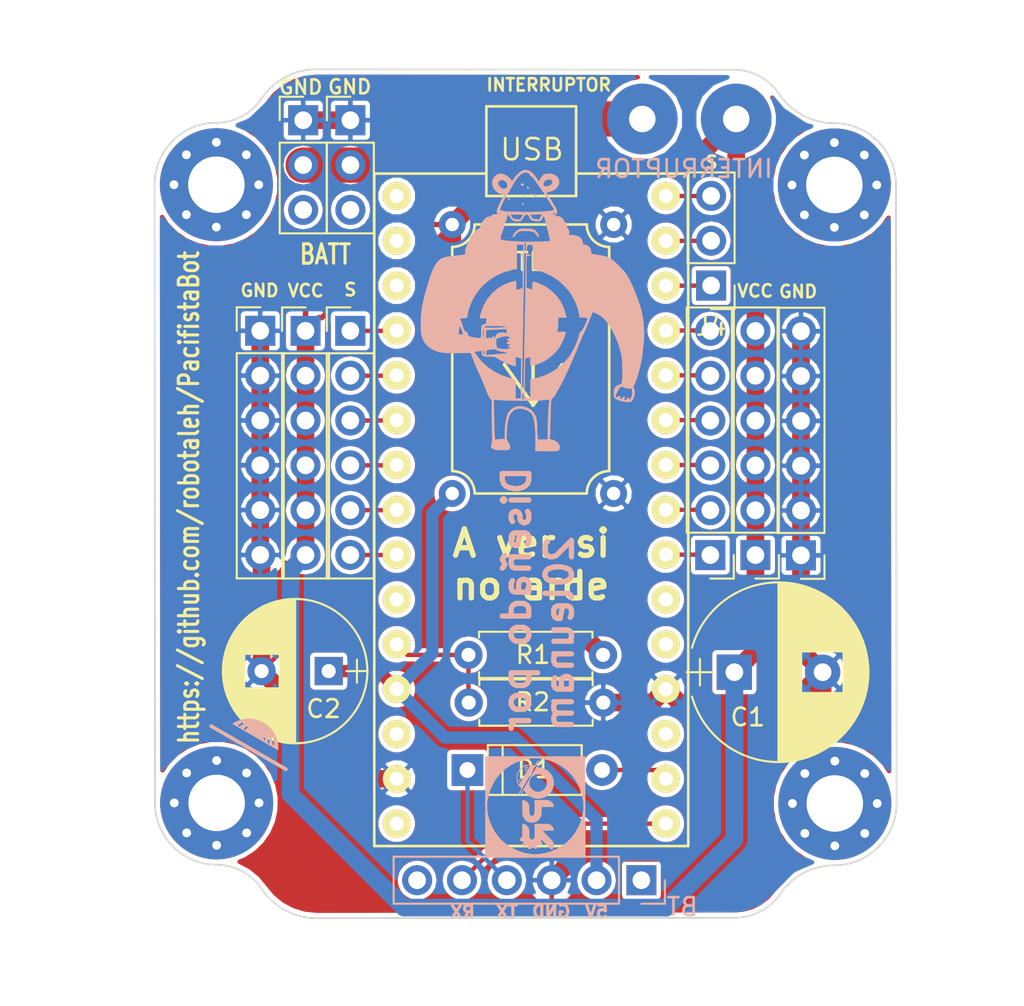
<source format=kicad_pcb>
(kicad_pcb (version 4) (host pcbnew 4.0.7)
  (layers (0 F.Cu signal) (31 B.Cu signal) (34 B.Paste user) (35 F.Paste user) (36 B.SilkS user) (37 F.SilkS user) (38 B.Mask user) (39 F.Mask user) (44 Edge.Cuts user))
  (net 0 "")
  (net 1 +BATT)
  (net 2 "Net-(A1-Pad1)")
  (net 3 GND)
  (net 4 "Net-(A1-Pad2)")
  (net 5 "Net-(A1-Pad26)")
  (net 6 "Net-(A1-Pad25)")
  (net 7 "Net-(A1-Pad6)")
  (net 8 "Net-(A1-Pad24)")
  (net 9 "Net-(A1-Pad7)")
  (net 10 "Net-(A1-Pad23)")
  (net 11 "Net-(A1-Pad8)")
  (net 12 "Net-(A1-Pad22)")
  (net 13 "Net-(A1-Pad9)")
  (net 14 "Net-(A1-Pad21)")
  (net 15 "Net-(A1-Pad10)")
  (net 16 "Net-(A1-Pad20)")
  (net 17 "Net-(A1-Pad11)")
  (net 18 "Net-(A1-Pad19)")
  (net 19 "Net-(A1-Pad12)")
  (net 20 "Net-(A1-Pad13)")
  (net 21 "Net-(A1-Pad14)")
  (net 22 "Net-(A1-Pad15)")
  (net 23 "Net-(D1-Pad1)")
  (net 24 "Net-(A1-Pad30)")
  (net 25 "Net-(A1-Pad3)")
  (net 26 "Net-(A1-Pad27)")
  (net 27 "Net-(A1-Pad5)")
  (net 28 "Net-(A1-Pad18)")
  (net 29 "Net-(A1-Pad17)")
  (net 30 "Net-(A1-Pad16)")
  (net 31 /Alimentación)
  (net 32 "Net-(J9-Pad3)")
  (net 33 "Net-(J15-Pad3)")
  (net 34 "Net-(J1-Pad1)")
  (net 35 "Net-(J1-Pad6)")
  (module libraries:arduino_nano (layer F.Cu) (at 161.42716 75.21956 90)
    (fp_text reference USB (at 20.41144 0.04064 180) (layer F.SilkS) (effects (font (size 1.2 1.2))))
    (fp_text value Arduino_Nano)
    (pad 30 thru_hole circle (at -17.78 -7.62 90) (size 1.5748 1.5748) (drill 0.8) (layers *.Cu *.Mask F.SilkS) (net 24 "Net-(A1-Pad30)"))
    (pad 1 thru_hole circle (at -17.78 7.62 90) (size 1.5748 1.5748) (drill 0.8) (layers *.Cu *.Mask F.SilkS) (net 2 "Net-(A1-Pad1)"))
    (pad 29 thru_hole circle (at -15.24 -7.62 90) (size 1.5748 1.5748) (drill 0.8) (layers *.Cu *.Mask F.SilkS) (net 3 GND))
    (pad 2 thru_hole circle (at -15.24 7.62 90) (size 1.5748 1.5748) (drill 0.8) (layers *.Cu *.Mask F.SilkS) (net 4 "Net-(A1-Pad2)"))
    (pad 28 thru_hole circle (at -12.7 -7.62 90) (size 1.5748 1.5748) (drill 0.8) (layers *.Cu *.Mask F.SilkS))
    (pad 3 thru_hole circle (at -12.7 7.62 90) (size 1.5748 1.5748) (drill 0.8) (layers *.Cu *.Mask F.SilkS) (net 25 "Net-(A1-Pad3)"))
    (pad 27 thru_hole circle (at -10.16 -7.62 90) (size 1.5748 1.5748) (drill 0.8) (layers *.Cu *.Mask F.SilkS) (net 26 "Net-(A1-Pad27)"))
    (pad 4 thru_hole circle (at -10.16 7.62 90) (size 1.5748 1.5748) (drill 0.8) (layers *.Cu *.Mask F.SilkS) (net 3 GND))
    (pad 26 thru_hole circle (at -7.62 -7.62 90) (size 1.5748 1.5748) (drill 0.8) (layers *.Cu *.Mask F.SilkS) (net 5 "Net-(A1-Pad26)"))
    (pad 5 thru_hole circle (at -7.62 7.62 90) (size 1.5748 1.5748) (drill 0.8) (layers *.Cu *.Mask F.SilkS) (net 27 "Net-(A1-Pad5)"))
    (pad 25 thru_hole circle (at -5.08 -7.62 90) (size 1.5748 1.5748) (drill 0.8) (layers *.Cu *.Mask F.SilkS) (net 6 "Net-(A1-Pad25)"))
    (pad 6 thru_hole circle (at -5.08 7.62 90) (size 1.5748 1.5748) (drill 0.8) (layers *.Cu *.Mask F.SilkS) (net 7 "Net-(A1-Pad6)"))
    (pad 24 thru_hole circle (at -2.54 -7.62 90) (size 1.5748 1.5748) (drill 0.8) (layers *.Cu *.Mask F.SilkS) (net 8 "Net-(A1-Pad24)"))
    (pad 7 thru_hole circle (at -2.54 7.62 90) (size 1.5748 1.5748) (drill 0.8) (layers *.Cu *.Mask F.SilkS) (net 9 "Net-(A1-Pad7)"))
    (pad 23 thru_hole circle (at 0 -7.62 90) (size 1.5748 1.5748) (drill 0.8) (layers *.Cu *.Mask F.SilkS) (net 10 "Net-(A1-Pad23)"))
    (pad 8 thru_hole circle (at 0 7.62 90) (size 1.5748 1.5748) (drill 0.8) (layers *.Cu *.Mask F.SilkS) (net 11 "Net-(A1-Pad8)"))
    (pad 22 thru_hole circle (at 2.54 -7.62 90) (size 1.5748 1.5748) (drill 0.8) (layers *.Cu *.Mask F.SilkS) (net 12 "Net-(A1-Pad22)"))
    (pad 9 thru_hole circle (at 2.54 7.62 90) (size 1.5748 1.5748) (drill 0.8) (layers *.Cu *.Mask F.SilkS) (net 13 "Net-(A1-Pad9)"))
    (pad 21 thru_hole circle (at 5.08 -7.62 90) (size 1.5748 1.5748) (drill 0.8) (layers *.Cu *.Mask F.SilkS) (net 14 "Net-(A1-Pad21)"))
    (pad 10 thru_hole circle (at 5.08 7.62 90) (size 1.5748 1.5748) (drill 0.8) (layers *.Cu *.Mask F.SilkS) (net 15 "Net-(A1-Pad10)"))
    (pad 20 thru_hole circle (at 7.62 -7.62 90) (size 1.5748 1.5748) (drill 0.8) (layers *.Cu *.Mask F.SilkS) (net 16 "Net-(A1-Pad20)"))
    (pad 11 thru_hole circle (at 7.62 7.62 90) (size 1.5748 1.5748) (drill 0.8) (layers *.Cu *.Mask F.SilkS) (net 17 "Net-(A1-Pad11)"))
    (pad 19 thru_hole circle (at 10.16 -7.62 90) (size 1.5748 1.5748) (drill 0.8) (layers *.Cu *.Mask F.SilkS) (net 18 "Net-(A1-Pad19)"))
    (pad 12 thru_hole circle (at 10.16 7.62 90) (size 1.5748 1.5748) (drill 0.8) (layers *.Cu *.Mask F.SilkS) (net 19 "Net-(A1-Pad12)"))
    (pad 18 thru_hole circle (at 12.7 -7.62 90) (size 1.5748 1.5748) (drill 0.8) (layers *.Cu *.Mask F.SilkS) (net 28 "Net-(A1-Pad18)"))
    (pad 13 thru_hole circle (at 12.7 7.62 90) (size 1.5748 1.5748) (drill 0.8) (layers *.Cu *.Mask F.SilkS) (net 20 "Net-(A1-Pad13)"))
    (pad 17 thru_hole circle (at 15.24 -7.62 90) (size 1.5748 1.5748) (drill 0.8) (layers *.Cu *.Mask F.SilkS) (net 29 "Net-(A1-Pad17)"))
    (pad 14 thru_hole circle (at 15.24 7.62 90) (size 1.5748 1.5748) (drill 0.8) (layers *.Cu *.Mask F.SilkS) (net 21 "Net-(A1-Pad14)"))
    (pad 16 thru_hole circle (at 17.78 -7.62 90) (size 1.5748 1.5748) (drill 0.8) (layers *.Cu *.Mask F.SilkS) (net 30 "Net-(A1-Pad16)"))
    (pad 15 thru_hole circle (at 17.78 7.62 90) (size 1.5748 1.5748) (drill 0.8) (layers *.Cu *.Mask F.SilkS) (net 22 "Net-(A1-Pad15)"))
  )
  (module Diodes_THT:D_A-405_P7.62mm_Horizontal (layer F.Cu) (at 157.81528 89.96172)
    (fp_text reference D1 (at 3.7846 -0.05588) (layer F.SilkS))
    (fp_text value D)
    (pad 1 thru_hole rect (at 0 0) (size 1.8 1.8) (drill 0.9) (layers *.Cu *.Mask) (net 23 "Net-(D1-Pad1)"))
    (pad 2 thru_hole oval (at 7.62 0) (size 1.8 1.8) (drill 0.9) (layers *.Cu *.Mask) (net 4 "Net-(A1-Pad2)"))
  )
  (module Pin_Headers:Pin_Header_Straight_1x03_Pitch2.54mm (layer F.Cu) (at 148.5138 53.14696)
    (fp_text reference GND (at -0.13716 -1.87452) (layer F.SilkS) (effects (font (size 0.8 0.8))))
    (fp_text value Conn_01x03)
    (pad 1 thru_hole rect (at 0 0) (size 1.7 1.7) (drill 1) (layers *.Cu *.Mask) (net 3 GND))
    (pad 2 thru_hole oval (at 0 2.54) (size 1.7 1.7) (drill 1) (layers *.Cu *.Mask) (net 1 +BATT))
    (pad 3 thru_hole oval (at 0 5.08) (size 1.7 1.7) (drill 1) (layers *.Cu *.Mask) (net 32 "Net-(J9-Pad3)"))
  )
  (module Pin_Headers:Pin_Header_Straight_1x03_Pitch2.54mm (layer F.Cu) (at 151.18588 53.14696)
    (fp_text reference GND (at -0.04064 -1.88976) (layer F.SilkS) (effects (font (size 0.8 0.8))))
    (fp_text value Conn_01x03)
    (pad 1 thru_hole rect (at 0 0) (size 1.7 1.7) (drill 1) (layers *.Cu *.Mask) (net 3 GND))
    (pad 2 thru_hole oval (at 0 2.54) (size 1.7 1.7) (drill 1) (layers *.Cu *.Mask) (net 1 +BATT))
    (pad 3 thru_hole oval (at 0 5.08) (size 1.7 1.7) (drill 1) (layers *.Cu *.Mask) (net 33 "Net-(J15-Pad3)"))
  )
  (module Resistors_THT:R_Axial_DIN0207_L6.3mm_D2.5mm_P7.62mm_Horizontal (layer F.Cu) (at 165.49116 83.439 180)
    (fp_text reference R1 (at 3.96748 0.00508 180) (layer F.SilkS))
    (fp_text value R)
    (pad 1 thru_hole circle (at 0 0 180) (size 1.6 1.6) (drill 0.8) (layers *.Cu *.Mask) (net 31 /Alimentación))
    (pad 2 thru_hole oval (at 7.62 0 180) (size 1.6 1.6) (drill 0.8) (layers *.Cu *.Mask) (net 5 "Net-(A1-Pad26)"))
  )
  (module Resistors_THT:R_Axial_DIN0207_L6.3mm_D2.5mm_P7.62mm_Horizontal (layer F.Cu) (at 157.8864 86.14156)
    (fp_text reference R2 (at 3.62204 -0.03048) (layer F.SilkS))
    (fp_text value R)
    (pad 1 thru_hole circle (at 0 0) (size 1.6 1.6) (drill 0.8) (layers *.Cu *.Mask) (net 5 "Net-(A1-Pad26)"))
    (pad 2 thru_hole oval (at 7.62 0) (size 1.6 1.6) (drill 0.8) (layers *.Cu *.Mask) (net 3 GND))
  )
  (module Pin_Headers:Pin_Header_Straight_1x03_Pitch2.54mm (layer F.Cu) (at 171.61256 62.51448 180)
    (fp_text reference J4 (at 0 -2.33 180) (layer F.SilkS))
    (fp_text value Conn_01x03)
    (pad 1 thru_hole rect (at 0 0 180) (size 1.7 1.7) (drill 1) (layers *.Cu *.Mask) (net 20 "Net-(A1-Pad13)"))
    (pad 2 thru_hole oval (at 0 2.54 180) (size 1.7 1.7) (drill 1) (layers *.Cu *.Mask) (net 21 "Net-(A1-Pad14)"))
    (pad 3 thru_hole oval (at 0 5.08 180) (size 1.7 1.7) (drill 1) (layers *.Cu *.Mask) (net 22 "Net-(A1-Pad15)"))
  )
  (module Pin_Headers:Pin_Header_Straight_1x06_Pitch2.54mm (layer F.Cu) (at 171.56684 77.78496 180)
    (fp_text reference S (at -0.06604 22.2504 180) (layer F.SilkS) (effects (font (size 0.7 0.7))))
    (fp_text value Conn_01x06)
    (pad 1 thru_hole rect (at 0 0 180) (size 1.7 1.7) (drill 1) (layers *.Cu *.Mask) (net 9 "Net-(A1-Pad7)"))
    (pad 2 thru_hole oval (at 0 2.54 180) (size 1.7 1.7) (drill 1) (layers *.Cu *.Mask) (net 11 "Net-(A1-Pad8)"))
    (pad 3 thru_hole oval (at 0 5.08 180) (size 1.7 1.7) (drill 1) (layers *.Cu *.Mask) (net 13 "Net-(A1-Pad9)"))
    (pad 4 thru_hole oval (at 0 7.62 180) (size 1.7 1.7) (drill 1) (layers *.Cu *.Mask) (net 15 "Net-(A1-Pad10)"))
    (pad 5 thru_hole oval (at 0 10.16 180) (size 1.7 1.7) (drill 1) (layers *.Cu *.Mask) (net 17 "Net-(A1-Pad11)"))
    (pad 6 thru_hole oval (at 0 12.7 180) (size 1.7 1.7) (drill 1) (layers *.Cu *.Mask) (net 19 "Net-(A1-Pad12)"))
  )
  (module Pin_Headers:Pin_Header_Straight_1x06_Pitch2.54mm (layer F.Cu) (at 151.1808 65.07988)
    (fp_text reference S (at 0 -2.33) (layer F.SilkS) (effects (font (size 0.7 0.7))))
    (fp_text value Conn_01x06)
    (pad 1 thru_hole rect (at 0 0) (size 1.7 1.7) (drill 1) (layers *.Cu *.Mask) (net 18 "Net-(A1-Pad19)"))
    (pad 2 thru_hole oval (at 0 2.54) (size 1.7 1.7) (drill 1) (layers *.Cu *.Mask) (net 16 "Net-(A1-Pad20)"))
    (pad 3 thru_hole oval (at 0 5.08) (size 1.7 1.7) (drill 1) (layers *.Cu *.Mask) (net 14 "Net-(A1-Pad21)"))
    (pad 4 thru_hole oval (at 0 7.62) (size 1.7 1.7) (drill 1) (layers *.Cu *.Mask) (net 12 "Net-(A1-Pad22)"))
    (pad 5 thru_hole oval (at 0 10.16) (size 1.7 1.7) (drill 1) (layers *.Cu *.Mask) (net 10 "Net-(A1-Pad23)"))
    (pad 6 thru_hole oval (at 0 12.7) (size 1.7 1.7) (drill 1) (layers *.Cu *.Mask) (net 8 "Net-(A1-Pad24)"))
  )
  (module Pin_Headers:Pin_Header_Straight_1x06_Pitch2.54mm (layer F.Cu) (at 146.08048 65.0748)
    (fp_text reference GND (at -0.03556 -2.28092) (layer F.SilkS) (effects (font (size 0.7 0.7))))
    (fp_text value Conn_01x06)
    (pad 1 thru_hole rect (at 0 0) (size 1.7 1.7) (drill 1) (layers *.Cu *.Mask) (net 3 GND))
    (pad 2 thru_hole oval (at 0 2.54) (size 1.7 1.7) (drill 1) (layers *.Cu *.Mask) (net 3 GND))
    (pad 3 thru_hole oval (at 0 5.08) (size 1.7 1.7) (drill 1) (layers *.Cu *.Mask) (net 3 GND))
    (pad 4 thru_hole oval (at 0 7.62) (size 1.7 1.7) (drill 1) (layers *.Cu *.Mask) (net 3 GND))
    (pad 5 thru_hole oval (at 0 10.16) (size 1.7 1.7) (drill 1) (layers *.Cu *.Mask) (net 3 GND))
    (pad 6 thru_hole oval (at 0 12.7) (size 1.7 1.7) (drill 1) (layers *.Cu *.Mask) (net 3 GND))
  )
  (module Pin_Headers:Pin_Header_Straight_1x06_Pitch2.54mm (layer F.Cu) (at 176.70272 77.8002 180)
    (fp_text reference GND (at 0.16256 14.94536 180) (layer F.SilkS) (effects (font (size 0.7 0.7))))
    (fp_text value Conn_01x06)
    (pad 1 thru_hole rect (at 0 0 180) (size 1.7 1.7) (drill 1) (layers *.Cu *.Mask) (net 3 GND))
    (pad 2 thru_hole oval (at 0 2.54 180) (size 1.7 1.7) (drill 1) (layers *.Cu *.Mask) (net 3 GND))
    (pad 3 thru_hole oval (at 0 5.08 180) (size 1.7 1.7) (drill 1) (layers *.Cu *.Mask) (net 3 GND))
    (pad 4 thru_hole oval (at 0 7.62 180) (size 1.7 1.7) (drill 1) (layers *.Cu *.Mask) (net 3 GND))
    (pad 5 thru_hole oval (at 0 10.16 180) (size 1.7 1.7) (drill 1) (layers *.Cu *.Mask) (net 3 GND))
    (pad 6 thru_hole oval (at 0 12.7 180) (size 1.7 1.7) (drill 1) (layers *.Cu *.Mask) (net 3 GND))
  )
  (module "Librerias manu:Step_down_chino" (layer F.Cu) (at 156.95168 59.055 270)
    (fp_text reference STEP (at 2.1082 -4.43484 360) (layer F.SilkS))
    (fp_text value Step_down_chino)
    (pad 1 thru_hole circle (at 0 0 270) (size 1.524 1.524) (drill 0.762) (layers *.Cu *.Mask) (net 31 /Alimentación))
    (pad 2 thru_hole circle (at 0 -9.144 270) (size 1.524 1.524) (drill 0.762) (layers *.Cu *.Mask) (net 3 GND))
    (pad 3 thru_hole circle (at 15.24 0 270) (size 1.524 1.524) (drill 0.762) (layers *.Cu *.Mask) (net 26 "Net-(A1-Pad27)"))
    (pad 4 thru_hole circle (at 15.24 -9.14 270) (size 1.524 1.524) (drill 0.762) (layers *.Cu *.Mask) (net 3 GND))
  )
  (module Pin_Headers:Pin_Header_Straight_1x06_Pitch2.54mm (layer F.Cu) (at 174.12208 77.78496 180)
    (fp_text reference VCC (at 0.01016 14.96568 180) (layer F.SilkS) (effects (font (size 0.7 0.7))))
    (fp_text value Conn_01x06)
    (pad 1 thru_hole rect (at 0 0 180) (size 1.7 1.7) (drill 1) (layers *.Cu *.Mask) (net 31 /Alimentación))
    (pad 2 thru_hole oval (at 0 2.54 180) (size 1.7 1.7) (drill 1) (layers *.Cu *.Mask) (net 31 /Alimentación))
    (pad 3 thru_hole oval (at 0 5.08 180) (size 1.7 1.7) (drill 1) (layers *.Cu *.Mask) (net 31 /Alimentación))
    (pad 4 thru_hole oval (at 0 7.62 180) (size 1.7 1.7) (drill 1) (layers *.Cu *.Mask) (net 31 /Alimentación))
    (pad 5 thru_hole oval (at 0 10.16 180) (size 1.7 1.7) (drill 1) (layers *.Cu *.Mask) (net 31 /Alimentación))
    (pad 6 thru_hole oval (at 0 12.7 180) (size 1.7 1.7) (drill 1) (layers *.Cu *.Mask) (net 31 /Alimentación))
  )
  (module Pin_Headers:Pin_Header_Straight_1x06_Pitch2.54mm (layer F.Cu) (at 148.64588 65.07988)
    (fp_text reference VCC (at 0.01016 -2.27584) (layer F.SilkS) (effects (font (size 0.7 0.7))))
    (fp_text value Conn_01x06)
    (pad 1 thru_hole rect (at 0 0) (size 1.7 1.7) (drill 1) (layers *.Cu *.Mask) (net 31 /Alimentación))
    (pad 2 thru_hole oval (at 0 2.54) (size 1.7 1.7) (drill 1) (layers *.Cu *.Mask) (net 31 /Alimentación))
    (pad 3 thru_hole oval (at 0 5.08) (size 1.7 1.7) (drill 1) (layers *.Cu *.Mask) (net 31 /Alimentación))
    (pad 4 thru_hole oval (at 0 7.62) (size 1.7 1.7) (drill 1) (layers *.Cu *.Mask) (net 31 /Alimentación))
    (pad 5 thru_hole oval (at 0 10.16) (size 1.7 1.7) (drill 1) (layers *.Cu *.Mask) (net 31 /Alimentación))
    (pad 6 thru_hole oval (at 0 12.7) (size 1.7 1.7) (drill 1) (layers *.Cu *.Mask) (net 31 /Alimentación))
  )
  (module Mounting_Holes:MountingHole_3.2mm_M3_Pad_Via (layer F.Cu) (at 178.59248 56.81472)
    (fp_text reference "" (at 0 -4.2) (layer F.SilkS))
    (fp_text value MountingHole_3.2mm_M3_Pad_Via)
    (pad 1 thru_hole circle (at 0 0) (size 6.4 6.4) (drill 3.2) (layers *.Cu *.Mask))
    (pad "" thru_hole circle (at 2.4 0) (size 0.6 0.6) (drill 0.5) (layers *.Cu *.Mask))
    (pad "" thru_hole circle (at 1.697056 1.697056) (size 0.6 0.6) (drill 0.5) (layers *.Cu *.Mask))
    (pad "" thru_hole circle (at 0 2.4) (size 0.6 0.6) (drill 0.5) (layers *.Cu *.Mask))
    (pad "" thru_hole circle (at -1.697056 1.697056) (size 0.6 0.6) (drill 0.5) (layers *.Cu *.Mask))
    (pad "" thru_hole circle (at -2.4 0) (size 0.6 0.6) (drill 0.5) (layers *.Cu *.Mask))
    (pad "" thru_hole circle (at -1.697056 -1.697056) (size 0.6 0.6) (drill 0.5) (layers *.Cu *.Mask))
    (pad "" thru_hole circle (at 0 -2.4) (size 0.6 0.6) (drill 0.5) (layers *.Cu *.Mask))
    (pad "" thru_hole circle (at 1.697056 -1.697056) (size 0.6 0.6) (drill 0.5) (layers *.Cu *.Mask))
  )
  (module Mounting_Holes:MountingHole_3.2mm_M3_Pad_Via (layer F.Cu) (at 143.59636 56.79948)
    (fp_text reference "" (at 0 -4.2) (layer F.SilkS))
    (fp_text value MountingHole_3.2mm_M3_Pad_Via)
    (pad 1 thru_hole circle (at 0 0) (size 6.4 6.4) (drill 3.2) (layers *.Cu *.Mask))
    (pad "" thru_hole circle (at 2.4 0) (size 0.6 0.6) (drill 0.5) (layers *.Cu *.Mask))
    (pad "" thru_hole circle (at 1.697056 1.697056) (size 0.6 0.6) (drill 0.5) (layers *.Cu *.Mask))
    (pad "" thru_hole circle (at 0 2.4) (size 0.6 0.6) (drill 0.5) (layers *.Cu *.Mask))
    (pad "" thru_hole circle (at -1.697056 1.697056) (size 0.6 0.6) (drill 0.5) (layers *.Cu *.Mask))
    (pad "" thru_hole circle (at -2.4 0) (size 0.6 0.6) (drill 0.5) (layers *.Cu *.Mask))
    (pad "" thru_hole circle (at -1.697056 -1.697056) (size 0.6 0.6) (drill 0.5) (layers *.Cu *.Mask))
    (pad "" thru_hole circle (at 0 -2.4) (size 0.6 0.6) (drill 0.5) (layers *.Cu *.Mask))
    (pad "" thru_hole circle (at 1.697056 -1.697056) (size 0.6 0.6) (drill 0.5) (layers *.Cu *.Mask))
  )
  (module Mounting_Holes:MountingHole_3.2mm_M3_Pad_Via (layer F.Cu) (at 143.6116 91.82608)
    (fp_text reference "" (at 0 -4.2) (layer F.SilkS))
    (fp_text value MountingHole_3.2mm_M3_Pad_Via)
    (pad 1 thru_hole circle (at 0 0) (size 6.4 6.4) (drill 3.2) (layers *.Cu *.Mask))
    (pad "" thru_hole circle (at 2.4 0) (size 0.6 0.6) (drill 0.5) (layers *.Cu *.Mask))
    (pad "" thru_hole circle (at 1.697056 1.697056) (size 0.6 0.6) (drill 0.5) (layers *.Cu *.Mask))
    (pad "" thru_hole circle (at 0 2.4) (size 0.6 0.6) (drill 0.5) (layers *.Cu *.Mask))
    (pad "" thru_hole circle (at -1.697056 1.697056) (size 0.6 0.6) (drill 0.5) (layers *.Cu *.Mask))
    (pad "" thru_hole circle (at -2.4 0) (size 0.6 0.6) (drill 0.5) (layers *.Cu *.Mask))
    (pad "" thru_hole circle (at -1.697056 -1.697056) (size 0.6 0.6) (drill 0.5) (layers *.Cu *.Mask))
    (pad "" thru_hole circle (at 0 -2.4) (size 0.6 0.6) (drill 0.5) (layers *.Cu *.Mask))
    (pad "" thru_hole circle (at 1.697056 -1.697056) (size 0.6 0.6) (drill 0.5) (layers *.Cu *.Mask))
  )
  (module Mounting_Holes:MountingHole_3.2mm_M3_Pad_Via (layer F.Cu) (at 178.61788 91.85656)
    (fp_text reference "" (at 0 -4.2) (layer F.SilkS))
    (fp_text value MountingHole_3.2mm_M3_Pad_Via)
    (pad 1 thru_hole circle (at 0 0) (size 6.4 6.4) (drill 3.2) (layers *.Cu *.Mask))
    (pad "" thru_hole circle (at 2.4 0) (size 0.6 0.6) (drill 0.5) (layers *.Cu *.Mask))
    (pad "" thru_hole circle (at 1.697056 1.697056) (size 0.6 0.6) (drill 0.5) (layers *.Cu *.Mask))
    (pad "" thru_hole circle (at 0 2.4) (size 0.6 0.6) (drill 0.5) (layers *.Cu *.Mask))
    (pad "" thru_hole circle (at -1.697056 1.697056) (size 0.6 0.6) (drill 0.5) (layers *.Cu *.Mask))
    (pad "" thru_hole circle (at -2.4 0) (size 0.6 0.6) (drill 0.5) (layers *.Cu *.Mask))
    (pad "" thru_hole circle (at -1.697056 -1.697056) (size 0.6 0.6) (drill 0.5) (layers *.Cu *.Mask))
    (pad "" thru_hole circle (at 0 -2.4) (size 0.6 0.6) (drill 0.5) (layers *.Cu *.Mask))
    (pad "" thru_hole circle (at 1.697056 -1.697056) (size 0.6 0.6) (drill 0.5) (layers *.Cu *.Mask))
  )
  (module Pin_Headers:Pin_Header_Straight_1x06_Pitch2.54mm (layer B.Cu) (at 167.6654 96.20504 90)
    (fp_text reference BT (at -1.50368 2.31648 180) (layer B.SilkS) (effects (justify mirror)))
    (fp_text value "")
    (pad 1 thru_hole rect (at 0 0 90) (size 1.7 1.7) (drill 1) (layers *.Cu *.Mask) (net 34 "Net-(J1-Pad1)"))
    (pad 2 thru_hole oval (at 0 -2.54 90) (size 1.7 1.7) (drill 1) (layers *.Cu *.Mask) (net 26 "Net-(A1-Pad27)"))
    (pad 3 thru_hole oval (at 0 -5.08 90) (size 1.7 1.7) (drill 1) (layers *.Cu *.Mask) (net 3 GND))
    (pad 4 thru_hole oval (at 0 -7.62 90) (size 1.7 1.7) (drill 1) (layers *.Cu *.Mask) (net 23 "Net-(D1-Pad1)"))
    (pad 5 thru_hole oval (at 0 -10.16 90) (size 1.7 1.7) (drill 1) (layers *.Cu *.Mask) (net 2 "Net-(A1-Pad1)"))
    (pad 6 thru_hole oval (at 0 -12.7 90) (size 1.7 1.7) (drill 1) (layers *.Cu *.Mask) (net 35 "Net-(J1-Pad6)"))
  )
  (module Capacitors_THT:CP_Radial_D10.0mm_P5.00mm (layer F.Cu) (at 172.92828 84.41944)
    (fp_text reference C1 (at 0.762 2.55016) (layer F.SilkS))
    (fp_text value CP)
    (pad 1 thru_hole rect (at 0 0) (size 2 2) (drill 1) (layers *.Cu *.Mask) (net 31 /Alimentación))
    (pad 2 thru_hole circle (at 5 0) (size 2 2) (drill 1) (layers *.Cu *.Mask) (net 3 GND))
  )
  (module Capacitors_THT:CP_Radial_D8.0mm_P3.80mm (layer F.Cu) (at 149.95652 84.35848 180)
    (fp_text reference C2 (at 0.28956 -2.13868 180) (layer F.SilkS))
    (fp_text value CP)
    (pad 1 thru_hole rect (at 0 0 180) (size 1.6 1.6) (drill 0.8) (layers *.Cu *.Mask) (net 26 "Net-(A1-Pad27)"))
    (pad 2 thru_hole circle (at 3.8 0 180) (size 1.6 1.6) (drill 0.8) (layers *.Cu *.Mask) (net 3 GND))
  )
  (module Wire_Pads:SolderWirePad_single_1-5mmDrill (layer F.Cu) (at 167.7162 53.07584)
    (fp_text reference INTERRUPTOR (at -5.29336 -1.9304) (layer F.SilkS) (effects (font (size 0.7 0.7))))
    (fp_text value Conn_01x01)
    (pad 1 thru_hole circle (at 0 0) (size 4.0005 4.0005) (drill 1.50114) (layers *.Cu *.Mask) (net 1 +BATT))
  )
  (module Wire_Pads:SolderWirePad_single_1-5mmDrill (layer F.Cu) (at 173.03496 53.07584)
    (fp_text reference INTERRUPTOR (at -2.96164 2.8194) (layer B.SilkS) (effects (justify mirror)))
    (fp_text value Conn_01x01)
    (pad 1 thru_hole circle (at 0 0) (size 4.0005 4.0005) (drill 1.50114) (layers *.Cu *.Mask) (net 31 /Alimentación))
  )
  (module mods:opr_logo_2 (layer B.Cu) (at 141.74724 89.50452 180)
    (fp_text reference "" hide)
    (fp_text value "" hide)
  )
  (module "Librerias manu:pacifista_19x18_v2" (layer B.Cu) (at 161.01568 64.07912 180)
    (fp_text reference "" hide)
    (fp_text value "" hide)
  )
  (module "Librerias manu:opr_circulo_6x6_v1" (layer B.Cu) (at 161.65068 92.01404 270)
    (fp_text reference "" hide)
    (fp_text value "" hide)
  )
  (gr_line (start 159.90824 66.98488) (end 161.53384 69.28104) (layer F.SilkS) (width 0.2))
  (gr_line (start 161.52876 69.29628) (end 163.17468 66.99504) (layer F.SilkS) (width 0.2))
  (gr_line (start 161.52876 63.0428) (end 161.52876 69.29628) (layer F.SilkS) (width 0.2))
  (gr_text BATT (at 149.76856 60.74664) (layer F.SilkS) (effects (font (size 1.1 0.85) (thickness 0.175))))
  (gr_arc (start 178.5874 99.059236) (end 178.6128 95.36176) (angle -57.19682214) (layer Edge.Cuts) (width 0.1))
  (gr_arc (start 172.967345 95.223819) (end 172.967345 98.332779) (angle -54.39126236) (layer Edge.Cuts) (width 0.1))
  (gr_line (start 172.96892 98.33356) (end 149.28088 98.358196) (layer Edge.Cuts) (width 0.1))
  (gr_arc (start 143.588633 98.437381) (end 143.588633 95.328421) (angle 56.02514205) (layer Edge.Cuts) (width 0.1))
  (gr_arc (start 149.28088 94.601964) (end 149.28088 98.35896) (angle 55.99406484) (layer Edge.Cuts) (width 0.1))
  (gr_arc (start 149.27072 54.017752) (end 149.28088 50.26152) (angle -56.97444222) (layer Edge.Cuts) (width 0.1))
  (gr_arc (start 143.578473 50.182335) (end 143.59128 53.2892) (angle -54.93873798) (layer Edge.Cuts) (width 0.1))
  (gr_arc (start 178.57724 49.56048) (end 178.5874 53.3146) (angle 56.16456556) (layer Edge.Cuts) (width 0.1))
  (gr_arc (start 172.884993 53.395897) (end 172.884993 50.286937) (angle 56.02514205) (layer Edge.Cuts) (width 0.1))
  (gr_arc (start 178.5874 56.80964) (end 178.58232 53.3146) (angle 90) (layer Edge.Cuts) (width 0.1))
  (gr_arc (start 178.59248 91.83624) (end 182.118 91.83116) (angle 89.75137949) (layer Edge.Cuts) (width 0.1))
  (gr_arc (start 143.59636 56.78932) (end 140.09624 56.78932) (angle 89.9) (layer Edge.Cuts) (width 0.1))
  (gr_arc (start 143.6116 91.83624) (end 143.59128 95.3262) (angle 89.69960008) (layer Edge.Cuts) (width 0.1))
  (gr_text 5V (at 165.13048 97.99828) (layer B.SilkS) (effects (font (size 0.7 0.7) (thickness 0.175)) (justify mirror)))
  (gr_text GND (at 162.56 97.97796) (layer B.SilkS) (effects (font (size 0.7 0.7) (thickness 0.175)) (justify mirror)))
  (gr_text TX (at 160.05048 97.9932) (layer B.SilkS) (effects (font (size 0.7 0.7) (thickness 0.175)) (justify mirror)))
  (gr_text RX (at 157.53588 98.00844) (layer B.SilkS) (effects (font (size 0.7 0.7) (thickness 0.175)) (justify mirror)))
  (gr_text https://github.com/robotaleh/PacifistaBot (at 142.04188 74.51852 90) (layer F.SilkS) (effects (font (size 1.1 0.85) (thickness 0.175))))
  (gr_text "Diseñado por\n20leunam" (at 161.81832 87.9348 90) (layer B.SilkS) (effects (font (size 1.5 1.5) (thickness 0.3)) (justify right mirror)))
  (gr_text " A ver si \nno arde" (at 161.42716 78.32344) (layer F.SilkS) (effects (font (size 1.5 1.5) (thickness 0.3))))
  (gr_line (start 182.118 91.83624) (end 182.08244 56.80456) (layer Edge.Cuts) (width 0.1))
  (gr_line (start 172.88764 50.28692) (end 149.28088 50.26152) (layer Edge.Cuts) (width 0.1))
  (gr_line (start 140.09624 56.78424) (end 140.12164 91.83624) (layer Edge.Cuts) (width 0.1))
  (segment (start 148.5138 55.68696) (end 151.18588 55.68696) (width 2) (layer F.Cu) (net 1))
  (segment (start 155.3464 53.07584) (end 167.7162 53.07584) (width 2) (layer F.Cu) (net 1))
  (segment (start 151.18588 55.68696) (end 152.387961 55.68696) (width 2) (layer F.Cu) (net 1))
  (segment (start 152.387961 55.68696) (end 154.999081 53.07584) (width 2) (layer F.Cu) (net 1))
  (segment (start 154.999081 53.07584) (end 155.3464 53.07584) (width 2) (layer F.Cu) (net 1))
  (segment (start 169.04716 92.99956) (end 160.71088 92.99956) (width 0.25) (layer F.Cu) (net 2))
  (segment (start 160.71088 92.99956) (end 157.5054 96.20504) (width 0.25) (layer F.Cu) (net 2))
  (segment (start 168.275 55.96636) (end 171.846442 55.96636) (width 0.2) (layer B.Cu) (net 3))
  (segment (start 171.846442 55.96636) (end 176.70272 60.822638) (width 0.2) (layer B.Cu) (net 3))
  (segment (start 176.70272 60.822638) (end 176.70272 63.898119) (width 0.2) (layer B.Cu) (net 3))
  (segment (start 176.70272 63.898119) (end 176.70272 65.1002) (width 0.2) (layer B.Cu) (net 3))
  (segment (start 166.857679 57.383681) (end 168.275 55.96636) (width 0.2) (layer B.Cu) (net 3))
  (segment (start 166.09568 59.055) (end 166.857679 58.293001) (width 0.2) (layer B.Cu) (net 3))
  (segment (start 166.857679 58.293001) (end 166.857679 57.383681) (width 0.2) (layer B.Cu) (net 3))
  (segment (start 165.5064 86.14156) (end 168.28516 86.14156) (width 1) (layer F.Cu) (net 3))
  (segment (start 168.28516 86.14156) (end 169.04716 85.37956) (width 1) (layer F.Cu) (net 3))
  (segment (start 146.15652 84.35848) (end 152.2576 90.45956) (width 1) (layer F.Cu) (net 3))
  (segment (start 152.2576 90.45956) (end 153.80716 90.45956) (width 1) (layer F.Cu) (net 3))
  (segment (start 177.92828 84.41944) (end 177.92828 86.319794) (width 1) (layer F.Cu) (net 3))
  (segment (start 177.92828 86.319794) (end 169.593035 94.655039) (width 1) (layer F.Cu) (net 3))
  (segment (start 163.435399 95.355041) (end 162.5854 96.20504) (width 1) (layer F.Cu) (net 3))
  (segment (start 169.593035 94.655039) (end 164.135401 94.655039) (width 1) (layer F.Cu) (net 3))
  (segment (start 164.135401 94.655039) (end 163.435399 95.355041) (width 1) (layer F.Cu) (net 3))
  (segment (start 146.08048 67.6148) (end 146.08048 65.0748) (width 1) (layer F.Cu) (net 3))
  (segment (start 146.08048 70.1548) (end 146.08048 67.6148) (width 1) (layer F.Cu) (net 3))
  (segment (start 146.08048 72.6948) (end 146.08048 70.1548) (width 1) (layer F.Cu) (net 3))
  (segment (start 146.08048 75.2348) (end 146.08048 72.6948) (width 1) (layer F.Cu) (net 3))
  (segment (start 146.08048 77.7748) (end 146.08048 75.2348) (width 1) (layer F.Cu) (net 3))
  (segment (start 146.15652 84.35848) (end 146.15652 77.85084) (width 1) (layer F.Cu) (net 3))
  (segment (start 146.15652 77.85084) (end 146.08048 77.7748) (width 1) (layer F.Cu) (net 3))
  (segment (start 171.21124 86.41588) (end 175.93184 86.41588) (width 1) (layer F.Cu) (net 3))
  (segment (start 175.93184 86.41588) (end 177.92828 84.41944) (width 1) (layer F.Cu) (net 3))
  (segment (start 170.962319 86.166959) (end 171.21124 86.41588) (width 1) (layer F.Cu) (net 3))
  (segment (start 169.04716 85.37956) (end 169.834559 86.166959) (width 1) (layer F.Cu) (net 3))
  (segment (start 169.834559 86.166959) (end 170.962319 86.166959) (width 1) (layer F.Cu) (net 3))
  (segment (start 176.70272 67.6402) (end 176.70272 65.1002) (width 1) (layer F.Cu) (net 3))
  (segment (start 176.70272 70.1802) (end 176.70272 67.6402) (width 1) (layer F.Cu) (net 3))
  (segment (start 176.70272 70.1802) (end 176.70272 72.7202) (width 1) (layer F.Cu) (net 3))
  (segment (start 176.70272 75.2602) (end 176.70272 72.7202) (width 1) (layer F.Cu) (net 3))
  (segment (start 176.70272 77.8002) (end 176.70272 75.2602) (width 1) (layer F.Cu) (net 3))
  (segment (start 176.70272 77.8002) (end 176.70272 83.19388) (width 1) (layer F.Cu) (net 3))
  (segment (start 176.70272 83.19388) (end 177.92828 84.41944) (width 1) (layer F.Cu) (net 3))
  (segment (start 148.5138 53.14696) (end 151.18588 53.14696) (width 1) (layer F.Cu) (net 3))
  (segment (start 165.43528 89.96172) (end 168.54932 89.96172) (width 0.25) (layer F.Cu) (net 4))
  (segment (start 168.54932 89.96172) (end 169.04716 90.45956) (width 0.25) (layer F.Cu) (net 4))
  (segment (start 157.87116 83.439) (end 154.4066 83.439) (width 0.25) (layer F.Cu) (net 5))
  (segment (start 154.4066 83.439) (end 153.80716 82.83956) (width 0.25) (layer F.Cu) (net 5))
  (segment (start 157.87116 83.439) (end 157.87116 86.12632) (width 0.25) (layer F.Cu) (net 5))
  (segment (start 157.87116 86.12632) (end 157.8864 86.14156) (width 0.25) (layer F.Cu) (net 5))
  (segment (start 151.1808 77.77988) (end 153.78684 77.77988) (width 0.25) (layer F.Cu) (net 8))
  (segment (start 153.78684 77.77988) (end 153.80716 77.75956) (width 0.25) (layer F.Cu) (net 8))
  (segment (start 169.04716 77.75956) (end 171.54144 77.75956) (width 0.25) (layer F.Cu) (net 9))
  (segment (start 171.54144 77.75956) (end 171.56684 77.78496) (width 0.25) (layer F.Cu) (net 9))
  (segment (start 151.1808 75.23988) (end 153.78684 75.23988) (width 0.25) (layer F.Cu) (net 10))
  (segment (start 153.78684 75.23988) (end 153.80716 75.21956) (width 0.25) (layer F.Cu) (net 10))
  (segment (start 169.04716 75.21956) (end 171.54144 75.21956) (width 0.25) (layer F.Cu) (net 11))
  (segment (start 171.54144 75.21956) (end 171.56684 75.24496) (width 0.25) (layer F.Cu) (net 11))
  (segment (start 151.1808 72.69988) (end 153.78684 72.69988) (width 0.25) (layer F.Cu) (net 12))
  (segment (start 153.78684 72.69988) (end 153.80716 72.67956) (width 0.25) (layer F.Cu) (net 12))
  (segment (start 169.04716 72.67956) (end 171.54144 72.67956) (width 0.25) (layer F.Cu) (net 13))
  (segment (start 171.54144 72.67956) (end 171.56684 72.70496) (width 0.25) (layer F.Cu) (net 13))
  (segment (start 151.1808 70.15988) (end 153.78684 70.15988) (width 0.25) (layer F.Cu) (net 14))
  (segment (start 153.78684 70.15988) (end 153.80716 70.13956) (width 0.25) (layer F.Cu) (net 14))
  (segment (start 169.04716 70.13956) (end 171.54144 70.13956) (width 0.25) (layer F.Cu) (net 15))
  (segment (start 171.54144 70.13956) (end 171.56684 70.16496) (width 0.25) (layer F.Cu) (net 15))
  (segment (start 151.1808 67.61988) (end 153.78684 67.61988) (width 0.25) (layer F.Cu) (net 16))
  (segment (start 153.78684 67.61988) (end 153.80716 67.59956) (width 0.25) (layer F.Cu) (net 16))
  (segment (start 169.04716 67.59956) (end 171.54144 67.59956) (width 0.25) (layer F.Cu) (net 17))
  (segment (start 171.54144 67.59956) (end 171.56684 67.62496) (width 0.25) (layer F.Cu) (net 17))
  (segment (start 151.1808 65.07988) (end 153.78684 65.07988) (width 0.25) (layer F.Cu) (net 18))
  (segment (start 153.78684 65.07988) (end 153.80716 65.05956) (width 0.25) (layer F.Cu) (net 18))
  (segment (start 169.04716 65.05956) (end 171.54144 65.05956) (width 0.25) (layer F.Cu) (net 19))
  (segment (start 171.54144 65.05956) (end 171.56684 65.08496) (width 0.25) (layer F.Cu) (net 19))
  (segment (start 169.04716 62.51956) (end 171.60748 62.51956) (width 0.25) (layer F.Cu) (net 20))
  (segment (start 171.60748 62.51956) (end 171.61256 62.51448) (width 0.25) (layer F.Cu) (net 20))
  (segment (start 169.04716 59.97956) (end 171.60748 59.97956) (width 0.25) (layer F.Cu) (net 21))
  (segment (start 171.60748 59.97956) (end 171.61256 59.97448) (width 0.25) (layer F.Cu) (net 21))
  (segment (start 169.04716 57.43956) (end 171.60748 57.43956) (width 0.25) (layer F.Cu) (net 22))
  (segment (start 171.60748 57.43956) (end 171.61256 57.43448) (width 0.25) (layer F.Cu) (net 22))
  (segment (start 157.81528 89.96172) (end 157.81528 93.97492) (width 0.25) (layer B.Cu) (net 23))
  (segment (start 157.81528 93.97492) (end 160.0454 96.20504) (width 0.25) (layer B.Cu) (net 23))
  (segment (start 153.80716 85.37956) (end 154.594559 86.166959) (width 0.7) (layer B.Cu) (net 26))
  (segment (start 154.594559 86.166959) (end 154.594559 86.177119) (width 0.7) (layer B.Cu) (net 26))
  (segment (start 154.594559 86.177119) (end 156.53512 88.11768) (width 0.7) (layer B.Cu) (net 26))
  (segment (start 156.53512 88.11768) (end 160.49244 88.11768) (width 0.7) (layer B.Cu) (net 26))
  (segment (start 160.49244 88.11768) (end 165.1254 92.75064) (width 0.7) (layer B.Cu) (net 26))
  (segment (start 165.1254 92.75064) (end 165.1254 96.20504) (width 0.7) (layer B.Cu) (net 26))
  (segment (start 155.829 83.35772) (end 155.829 75.41768) (width 0.7) (layer B.Cu) (net 26))
  (segment (start 155.829 75.41768) (end 156.95168 74.295) (width 0.7) (layer B.Cu) (net 26))
  (segment (start 153.80716 85.37956) (end 155.829 83.35772) (width 0.7) (layer B.Cu) (net 26))
  (segment (start 149.95652 84.35848) (end 152.78608 84.35848) (width 0.7) (layer F.Cu) (net 26))
  (segment (start 152.78608 84.35848) (end 153.80716 85.37956) (width 0.7) (layer F.Cu) (net 26))
  (segment (start 155.53877 58.68991) (end 158.1658 56.06288) (width 0.3) (layer F.Cu) (net 31))
  (segment (start 158.1658 56.06288) (end 159.9438 56.06288) (width 0.3) (layer F.Cu) (net 31))
  (segment (start 155.53877 58.71972) (end 155.53877 58.68991) (width 0.3) (layer F.Cu) (net 31))
  (segment (start 155.067 61.27496) (end 155.067 61.19368) (width 0.3) (layer F.Cu) (net 31))
  (segment (start 155.067 61.19368) (end 156.95168 59.309) (width 0.3) (layer F.Cu) (net 31))
  (segment (start 156.95168 59.309) (end 156.95168 59.055) (width 0.3) (layer F.Cu) (net 31))
  (segment (start 155.067 61.25464) (end 155.067 60.93968) (width 0.3) (layer F.Cu) (net 31))
  (segment (start 155.067 60.93968) (end 156.189681 59.816999) (width 0.3) (layer F.Cu) (net 31))
  (segment (start 156.189681 59.816999) (end 156.95168 59.055) (width 0.3) (layer F.Cu) (net 31))
  (segment (start 155.067 61.27496) (end 155.067 61.25464) (width 0.3) (layer F.Cu) (net 31))
  (segment (start 154.7368 61.24448) (end 156.65196 63.15964) (width 0.3) (layer F.Cu) (net 31))
  (segment (start 156.65196 63.15964) (end 156.95168 63.15964) (width 0.3) (layer F.Cu) (net 31))
  (segment (start 154.72664 61.24448) (end 154.7368 61.24448) (width 0.3) (layer F.Cu) (net 31))
  (segment (start 155.067 61.24448) (end 154.72664 61.24448) (width 0.3) (layer F.Cu) (net 31))
  (segment (start 154.72664 61.24448) (end 151.33128 61.24448) (width 0.3) (layer F.Cu) (net 31))
  (segment (start 155.067 60.93968) (end 155.03144 60.93968) (width 0.3) (layer F.Cu) (net 31))
  (segment (start 155.03144 60.93968) (end 154.72664 61.24448) (width 0.3) (layer F.Cu) (net 31))
  (segment (start 155.067 61.24448) (end 155.067 60.93968) (width 0.3) (layer F.Cu) (net 31))
  (segment (start 156.81452 61.24448) (end 155.067 61.24448) (width 0.3) (layer F.Cu) (net 31))
  (segment (start 155.067 61.24448) (end 155.067 61.27496) (width 0.3) (layer F.Cu) (net 31))
  (segment (start 156.95168 61.10732) (end 156.95168 63.15964) (width 1) (layer F.Cu) (net 31))
  (segment (start 156.95168 63.15964) (end 156.95168 63.73876) (width 1) (layer F.Cu) (net 31))
  (segment (start 155.067 61.27496) (end 156.95168 63.15964) (width 0.3) (layer F.Cu) (net 31))
  (segment (start 156.95168 63.73876) (end 155.3464 63.73876) (width 0.3) (layer F.Cu) (net 31))
  (segment (start 155.3464 63.73876) (end 150.15972 63.73876) (width 0.3) (layer F.Cu) (net 31))
  (segment (start 156.95168 64.41948) (end 156.02712 64.41948) (width 0.3) (layer F.Cu) (net 31))
  (segment (start 156.02712 64.41948) (end 155.3464 63.73876) (width 0.3) (layer F.Cu) (net 31))
  (segment (start 149.56536 64.33312) (end 149.39264 64.33312) (width 0.3) (layer F.Cu) (net 31))
  (segment (start 149.39264 64.33312) (end 148.64588 65.07988) (width 0.3) (layer F.Cu) (net 31))
  (segment (start 150.15972 63.73876) (end 149.56536 64.33312) (width 0.3) (layer F.Cu) (net 31))
  (segment (start 156.95168 63.73876) (end 156.95168 64.41948) (width 1) (layer F.Cu) (net 31))
  (segment (start 156.95168 61.10732) (end 156.81452 61.24448) (width 0.3) (layer F.Cu) (net 31))
  (segment (start 151.33128 61.24448) (end 148.64588 63.92988) (width 0.3) (layer F.Cu) (net 31))
  (segment (start 148.64588 63.92988) (end 148.64588 65.07988) (width 0.3) (layer F.Cu) (net 31))
  (segment (start 156.95168 59.055) (end 156.95168 61.10732) (width 1) (layer F.Cu) (net 31))
  (segment (start 152.84196 58.71972) (end 148.64588 62.9158) (width 0.3) (layer F.Cu) (net 31))
  (segment (start 148.64588 62.9158) (end 148.64588 65.07988) (width 0.3) (layer F.Cu) (net 31))
  (segment (start 155.53877 58.71972) (end 152.84196 58.71972) (width 0.3) (layer F.Cu) (net 31))
  (segment (start 156.95168 59.055) (end 155.87405 59.055) (width 0.3) (layer F.Cu) (net 31))
  (segment (start 155.87405 59.055) (end 155.53877 58.71972) (width 0.3) (layer F.Cu) (net 31))
  (segment (start 164.0332 71.501) (end 164.0332 81.98104) (width 1) (layer F.Cu) (net 31))
  (segment (start 164.0332 81.98104) (end 165.49116 83.439) (width 1) (layer F.Cu) (net 31))
  (segment (start 156.95168 64.41948) (end 164.0332 71.501) (width 1) (layer F.Cu) (net 31))
  (segment (start 172.92828 84.41944) (end 172.92828 93.902162) (width 1) (layer B.Cu) (net 31))
  (segment (start 172.92828 93.902162) (end 169.075401 97.755041) (width 1) (layer B.Cu) (net 31))
  (segment (start 170.70324 96.127202) (end 169.075401 97.755041) (width 1) (layer B.Cu) (net 31))
  (segment (start 169.075401 97.755041) (end 154.221399 97.755041) (width 1) (layer B.Cu) (net 31))
  (segment (start 154.221399 97.755041) (end 147.795881 91.329523) (width 1) (layer B.Cu) (net 31))
  (segment (start 147.795881 91.329523) (end 147.795881 78.629879) (width 1) (layer B.Cu) (net 31))
  (segment (start 147.795881 78.629879) (end 148.64588 77.77988) (width 1) (layer B.Cu) (net 31))
  (segment (start 172.92828 92.33916) (end 172.92828 84.41944) (width 1) (layer B.Cu) (net 31))
  (segment (start 148.64588 75.23988) (end 148.64588 77.77988) (width 1) (layer F.Cu) (net 31))
  (segment (start 148.64588 72.69988) (end 148.64588 75.23988) (width 1) (layer F.Cu) (net 31))
  (segment (start 148.64588 70.15988) (end 148.64588 72.69988) (width 1) (layer F.Cu) (net 31))
  (segment (start 148.64588 67.61988) (end 148.64588 70.15988) (width 1) (layer F.Cu) (net 31))
  (segment (start 148.64588 65.07988) (end 148.64588 67.61988) (width 1) (layer F.Cu) (net 31))
  (segment (start 174.12208 77.78496) (end 174.12208 83.22564) (width 1) (layer F.Cu) (net 31))
  (segment (start 174.12208 83.22564) (end 172.92828 84.41944) (width 1) (layer F.Cu) (net 31))
  (segment (start 174.12208 75.24496) (end 174.12208 77.78496) (width 1) (layer F.Cu) (net 31))
  (segment (start 174.12208 72.70496) (end 174.12208 75.24496) (width 1) (layer F.Cu) (net 31))
  (segment (start 174.12208 70.16496) (end 174.12208 72.70496) (width 1) (layer F.Cu) (net 31))
  (segment (start 174.12208 67.62496) (end 174.12208 70.16496) (width 1) (layer F.Cu) (net 31))
  (segment (start 174.12208 65.08496) (end 174.12208 67.62496) (width 1) (layer F.Cu) (net 31))
  (segment (start 173.03496 53.07584) (end 173.03496 55.90462) (width 1) (layer F.Cu) (net 31))
  (segment (start 173.03496 55.90462) (end 174.12208 56.99174) (width 1) (layer F.Cu) (net 31))
  (segment (start 174.12208 56.99174) (end 174.12208 63.882879) (width 1) (layer F.Cu) (net 31))
  (segment (start 174.12208 63.882879) (end 174.12208 65.08496) (width 1) (layer F.Cu) (net 31))
  (segment (start 168.16324 56.06288) (end 159.9438 56.06288) (width 1) (layer F.Cu) (net 31))
  (segment (start 159.9438 56.06288) (end 156.95168 59.055) (width 1) (layer F.Cu) (net 31))
  (segment (start 168.450029 55.776091) (end 168.16324 56.06288) (width 1) (layer F.Cu) (net 31))
  (segment (start 173.03496 53.07584) (end 170.334709 55.776091) (width 1) (layer F.Cu) (net 31))
  (segment (start 170.334709 55.776091) (end 168.450029 55.776091) (width 1) (layer F.Cu) (net 31))
  (zone (net 3) (net_name GND) (layer F.Cu) (connect_pads (clearance 0.25)) (min_thickness 0.25) (fill yes (arc_segments 32) (thermal_gap 0.508) (thermal_bridge_width 0.254))
    (polygon (pts (xy 131.72948 46.47184) (xy 189.3316 46.33468) (xy 189.19444 103.33736) (xy 131.45516 103.24592)))
  )
  (zone (net 3) (net_name GND) (layer B.Cu) (connect_pads (clearance 0.25)) (min_thickness 0.25) (fill yes (arc_segments 16) (thermal_gap 0.254) (thermal_bridge_width 0.254))
    (polygon (pts (xy 131.79044 46.47692) (xy 188.64072 46.33468) (xy 188.64072 103.25608) (xy 131.3434 103.06304) (xy 131.79552 46.47692)))
  )
)
</source>
